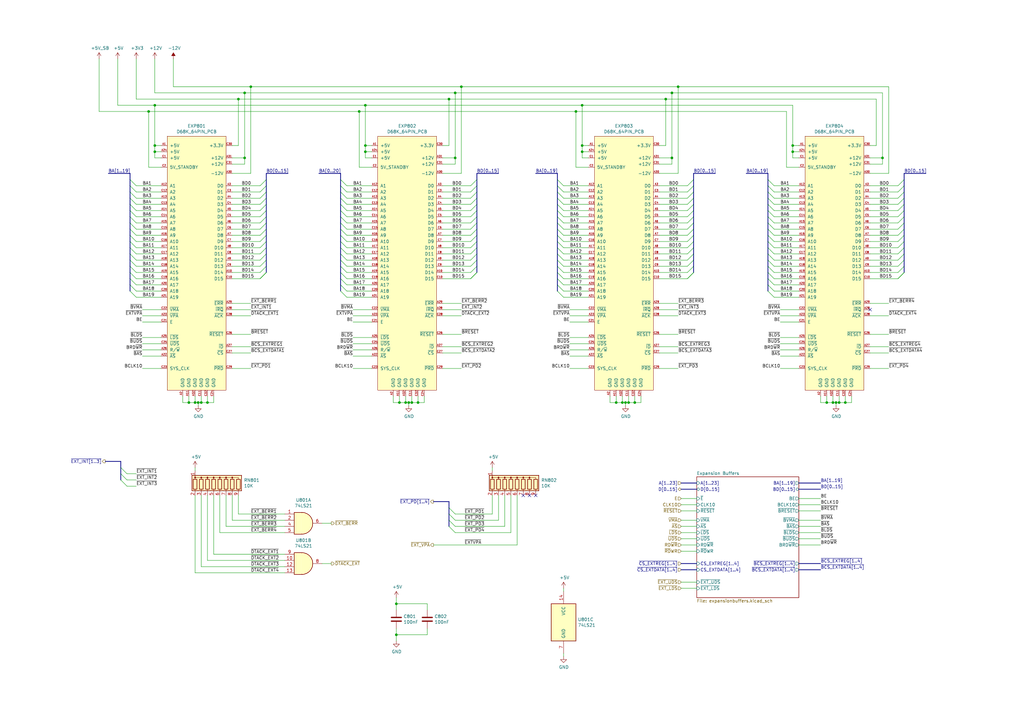
<source format=kicad_sch>
(kicad_sch (version 20231120) (generator "eeschema") (generator_version "8.0")
  (paper "A3")
  (title_block (title "Y Ddraig") (company "Stephen Moody"))
  (junction (at 257.81 165.1))
  (junction (at 147.32 45.72))
  (junction (at 275.59 64.77))
  (junction (at 238.76 43.18))
  (junction (at 60.96 45.72))
  (junction (at 100.33 64.77))
  (junction (at 80.01 165.1))
  (junction (at 238.76 59.69))
  (junction (at 278.13 35.56))
  (junction (at 102.87 35.56))
  (junction (at 189.23 35.56))
  (junction (at 252.73 165.1))
  (junction (at 149.86 59.69))
  (junction (at 184.15 40.64))
  (junction (at 163.83 165.1))
  (junction (at 341.63 165.1))
  (junction (at 236.22 45.72))
  (junction (at 342.9 165.1))
  (junction (at 100.33 38.1))
  (junction (at 63.5 43.18))
  (junction (at 167.64 165.1))
  (junction (at 168.91 165.1))
  (junction (at 361.95 64.77))
  (junction (at 260.35 165.1))
  (junction (at 63.5 62.23))
  (junction (at 166.37 165.1))
  (junction (at 171.45 165.1))
  (junction (at 162.56 247.65))
  (junction (at 325.12 62.23))
  (junction (at 346.71 165.1))
  (junction (at 149.86 43.18))
  (junction (at 186.69 38.1))
  (junction (at 273.05 40.64))
  (junction (at 344.17 165.1))
  (junction (at 97.79 40.64))
  (junction (at 85.09 165.1))
  (junction (at 77.47 165.1))
  (junction (at 63.5 59.69))
  (junction (at 275.59 38.1))
  (junction (at 186.69 64.77))
  (junction (at 325.12 59.69))
  (junction (at 256.54 165.1))
  (junction (at 238.76 62.23))
  (junction (at 149.86 62.23))
  (junction (at 82.55 165.1))
  (junction (at 339.09 165.1))
  (junction (at 81.28 165.1))
  (junction (at 162.56 260.35))
  (junction (at 255.27 165.1))
  (no_connect (at 214.63 203.2))
  (no_connect (at 217.17 203.2))
  (no_connect (at 356.87 127))
  (no_connect (at 219.71 203.2))
  (bus_entry (at 281.94 104.14) (size 2.54 -2.54))
  (bus_entry (at 228.6 96.52) (size 2.54 2.54))
  (bus_entry (at 49.53 194.31) (size 2.54 2.54))
  (bus_entry (at 53.34 104.14) (size 2.54 2.54))
  (bus_entry (at 368.3 76.2) (size 2.54 -2.54))
  (bus_entry (at 228.6 73.66) (size 2.54 2.54))
  (bus_entry (at 368.3 109.22) (size 2.54 -2.54))
  (bus_entry (at 368.3 111.76) (size 2.54 -2.54))
  (bus_entry (at 228.6 109.22) (size 2.54 2.54))
  (bus_entry (at 368.3 114.3) (size 2.54 -2.54))
  (bus_entry (at 53.34 83.82) (size 2.54 2.54))
  (bus_entry (at 281.94 114.3) (size 2.54 -2.54))
  (bus_entry (at 139.7 93.98) (size 2.54 2.54))
  (bus_entry (at 193.04 99.06) (size 2.54 -2.54))
  (bus_entry (at 193.04 83.82) (size 2.54 -2.54))
  (bus_entry (at 193.04 104.14) (size 2.54 -2.54))
  (bus_entry (at 314.96 76.2) (size 2.54 2.54))
  (bus_entry (at 368.3 83.82) (size 2.54 -2.54))
  (bus_entry (at 314.96 114.3) (size 2.54 2.54))
  (bus_entry (at 53.34 106.68) (size 2.54 2.54))
  (bus_entry (at 314.96 73.66) (size 2.54 2.54))
  (bus_entry (at 314.96 116.84) (size 2.54 2.54))
  (bus_entry (at 106.68 76.2) (size 2.54 -2.54))
  (bus_entry (at 53.34 73.66) (size 2.54 2.54))
  (bus_entry (at 314.96 111.76) (size 2.54 2.54))
  (bus_entry (at 314.96 96.52) (size 2.54 2.54))
  (bus_entry (at 314.96 104.14) (size 2.54 2.54))
  (bus_entry (at 228.6 114.3) (size 2.54 2.54))
  (bus_entry (at 106.68 78.74) (size 2.54 -2.54))
  (bus_entry (at 314.96 88.9) (size 2.54 2.54))
  (bus_entry (at 281.94 111.76) (size 2.54 -2.54))
  (bus_entry (at 281.94 83.82) (size 2.54 -2.54))
  (bus_entry (at 53.34 116.84) (size 2.54 2.54))
  (bus_entry (at 228.6 81.28) (size 2.54 2.54))
  (bus_entry (at 139.7 101.6) (size 2.54 2.54))
  (bus_entry (at 368.3 99.06) (size 2.54 -2.54))
  (bus_entry (at 139.7 104.14) (size 2.54 2.54))
  (bus_entry (at 193.04 106.68) (size 2.54 -2.54))
  (bus_entry (at 106.68 114.3) (size 2.54 -2.54))
  (bus_entry (at 106.68 88.9) (size 2.54 -2.54))
  (bus_entry (at 139.7 83.82) (size 2.54 2.54))
  (bus_entry (at 368.3 96.52) (size 2.54 -2.54))
  (bus_entry (at 368.3 78.74) (size 2.54 -2.54))
  (bus_entry (at 53.34 91.44) (size 2.54 2.54))
  (bus_entry (at 139.7 99.06) (size 2.54 2.54))
  (bus_entry (at 281.94 109.22) (size 2.54 -2.54))
  (bus_entry (at 106.68 111.76) (size 2.54 -2.54))
  (bus_entry (at 106.68 83.82) (size 2.54 -2.54))
  (bus_entry (at 228.6 91.44) (size 2.54 2.54))
  (bus_entry (at 368.3 91.44) (size 2.54 -2.54))
  (bus_entry (at 281.94 76.2) (size 2.54 -2.54))
  (bus_entry (at 106.68 104.14) (size 2.54 -2.54))
  (bus_entry (at 193.04 78.74) (size 2.54 -2.54))
  (bus_entry (at 228.6 99.06) (size 2.54 2.54))
  (bus_entry (at 281.94 114.3) (size 2.54 -2.54))
  (bus_entry (at 184.15 213.36) (size 2.54 2.54))
  (bus_entry (at 53.34 114.3) (size 2.54 2.54))
  (bus_entry (at 228.6 86.36) (size 2.54 2.54))
  (bus_entry (at 368.3 93.98) (size 2.54 -2.54))
  (bus_entry (at 281.94 96.52) (size 2.54 -2.54))
  (bus_entry (at 281.94 91.44) (size 2.54 -2.54))
  (bus_entry (at 193.04 96.52) (size 2.54 -2.54))
  (bus_entry (at 314.96 99.06) (size 2.54 2.54))
  (bus_entry (at 106.68 99.06) (size 2.54 -2.54))
  (bus_entry (at 368.3 114.3) (size 2.54 -2.54))
  (bus_entry (at 228.6 104.14) (size 2.54 2.54))
  (bus_entry (at 314.96 83.82) (size 2.54 2.54))
  (bus_entry (at 228.6 93.98) (size 2.54 2.54))
  (bus_entry (at 139.7 116.84) (size 2.54 2.54))
  (bus_entry (at 314.96 106.68) (size 2.54 2.54))
  (bus_entry (at 314.96 119.38) (size 2.54 2.54))
  (bus_entry (at 368.3 104.14) (size 2.54 -2.54))
  (bus_entry (at 53.34 86.36) (size 2.54 2.54))
  (bus_entry (at 228.6 88.9) (size 2.54 2.54))
  (bus_entry (at 53.34 78.74) (size 2.54 2.54))
  (bus_entry (at 193.04 109.22) (size 2.54 -2.54))
  (bus_entry (at 139.7 81.28) (size 2.54 2.54))
  (bus_entry (at 139.7 111.76) (size 2.54 2.54))
  (bus_entry (at 139.7 109.22) (size 2.54 2.54))
  (bus_entry (at 281.94 88.9) (size 2.54 -2.54))
  (bus_entry (at 184.15 208.28) (size 2.54 2.54))
  (bus_entry (at 139.7 106.68) (size 2.54 2.54))
  (bus_entry (at 106.68 93.98) (size 2.54 -2.54))
  (bus_entry (at 314.96 86.36) (size 2.54 2.54))
  (bus_entry (at 228.6 116.84) (size 2.54 2.54))
  (bus_entry (at 139.7 114.3) (size 2.54 2.54))
  (bus_entry (at 193.04 86.36) (size 2.54 -2.54))
  (bus_entry (at 184.15 215.9) (size 2.54 2.54))
  (bus_entry (at 193.04 114.3) (size 2.54 -2.54))
  (bus_entry (at 193.04 76.2) (size 2.54 -2.54))
  (bus_entry (at 53.34 99.06) (size 2.54 2.54))
  (bus_entry (at 53.34 96.52) (size 2.54 2.54))
  (bus_entry (at 139.7 78.74) (size 2.54 2.54))
  (bus_entry (at 228.6 119.38) (size 2.54 2.54))
  (bus_entry (at 281.94 99.06) (size 2.54 -2.54))
  (bus_entry (at 368.3 88.9) (size 2.54 -2.54))
  (bus_entry (at 53.34 109.22) (size 2.54 2.54))
  (bus_entry (at 193.04 114.3) (size 2.54 -2.54))
  (bus_entry (at 228.6 101.6) (size 2.54 2.54))
  (bus_entry (at 139.7 119.38) (size 2.54 2.54))
  (bus_entry (at 106.68 96.52) (size 2.54 -2.54))
  (bus_entry (at 281.94 78.74) (size 2.54 -2.54))
  (bus_entry (at 53.34 81.28) (size 2.54 2.54))
  (bus_entry (at 228.6 106.68) (size 2.54 2.54))
  (bus_entry (at 193.04 93.98) (size 2.54 -2.54))
  (bus_entry (at 368.3 106.68) (size 2.54 -2.54))
  (bus_entry (at 53.34 88.9) (size 2.54 2.54))
  (bus_entry (at 228.6 76.2) (size 2.54 2.54))
  (bus_entry (at 281.94 101.6) (size 2.54 -2.54))
  (bus_entry (at 228.6 111.76) (size 2.54 2.54))
  (bus_entry (at 281.94 86.36) (size 2.54 -2.54))
  (bus_entry (at 314.96 91.44) (size 2.54 2.54))
  (bus_entry (at 139.7 88.9) (size 2.54 2.54))
  (bus_entry (at 281.94 81.28) (size 2.54 -2.54))
  (bus_entry (at 139.7 91.44) (size 2.54 2.54))
  (bus_entry (at 193.04 91.44) (size 2.54 -2.54))
  (bus_entry (at 139.7 96.52) (size 2.54 2.54))
  (bus_entry (at 106.68 109.22) (size 2.54 -2.54))
  (bus_entry (at 49.53 191.77) (size 2.54 2.54))
  (bus_entry (at 106.68 114.3) (size 2.54 -2.54))
  (bus_entry (at 139.7 73.66) (size 2.54 2.54))
  (bus_entry (at 314.96 78.74) (size 2.54 2.54))
  (bus_entry (at 193.04 101.6) (size 2.54 -2.54))
  (bus_entry (at 281.94 93.98) (size 2.54 -2.54))
  (bus_entry (at 281.94 106.68) (size 2.54 -2.54))
  (bus_entry (at 106.68 101.6) (size 2.54 -2.54))
  (bus_entry (at 53.34 76.2) (size 2.54 2.54))
  (bus_entry (at 193.04 111.76) (size 2.54 -2.54))
  (bus_entry (at 193.04 81.28) (size 2.54 -2.54))
  (bus_entry (at 53.34 111.76) (size 2.54 2.54))
  (bus_entry (at 139.7 76.2) (size 2.54 2.54))
  (bus_entry (at 49.53 196.85) (size 2.54 2.54))
  (bus_entry (at 53.34 119.38) (size 2.54 2.54))
  (bus_entry (at 106.68 81.28) (size 2.54 -2.54))
  (bus_entry (at 314.96 101.6) (size 2.54 2.54))
  (bus_entry (at 368.3 101.6) (size 2.54 -2.54))
  (bus_entry (at 314.96 81.28) (size 2.54 2.54))
  (bus_entry (at 53.34 93.98) (size 2.54 2.54))
  (bus_entry (at 314.96 93.98) (size 2.54 2.54))
  (bus_entry (at 228.6 83.82) (size 2.54 2.54))
  (bus_entry (at 106.68 106.68) (size 2.54 -2.54))
  (bus_entry (at 139.7 86.36) (size 2.54 2.54))
  (bus_entry (at 314.96 109.22) (size 2.54 2.54))
  (bus_entry (at 228.6 78.74) (size 2.54 2.54))
  (bus_entry (at 53.34 101.6) (size 2.54 2.54))
  (bus_entry (at 106.68 91.44) (size 2.54 -2.54))
  (bus_entry (at 368.3 86.36) (size 2.54 -2.54))
  (bus_entry (at 193.04 88.9) (size 2.54 -2.54))
  (bus_entry (at 368.3 81.28) (size 2.54 -2.54))
  (bus_entry (at 184.15 210.82) (size 2.54 2.54))
  (bus_entry (at 106.68 86.36) (size 2.54 -2.54))
  (wire (pts (xy 163.83 162.56) (xy 163.83 165.1)))
  (wire (pts (xy 173.99 165.1) (xy 171.45 165.1)))
  (bus (pts (xy 314.96 96.52) (xy 314.96 99.06)))
  (wire (pts (xy 231.14 114.3) (xy 241.3 114.3)))
  (bus (pts (xy 228.6 86.36) (xy 228.6 88.9)))
  (wire (pts (xy 95.25 91.44) (xy 106.68 91.44)))
  (wire (pts (xy 142.24 78.74) (xy 152.4 78.74)))
  (wire (pts (xy 85.09 229.87) (xy 116.84 229.87)))
  (wire (pts (xy 236.22 68.58) (xy 241.3 68.58)))
  (wire (pts (xy 278.13 129.54) (xy 270.51 129.54)))
  (bus (pts (xy 109.22 88.9) (xy 109.22 91.44)))
  (wire (pts (xy 231.14 121.92) (xy 241.3 121.92)))
  (wire (pts (xy 238.76 43.18) (xy 238.76 59.69)))
  (wire (pts (xy 270.51 104.14) (xy 281.94 104.14)))
  (wire (pts (xy 231.14 242.57) (xy 231.14 241.3)))
  (bus (pts (xy 184.15 210.82) (xy 184.15 213.36)))
  (wire (pts (xy 327.66 223.52) (xy 336.55 223.52)))
  (wire (pts (xy 256.54 165.1) (xy 256.54 166.37)))
  (wire (pts (xy 184.15 40.64) (xy 184.15 59.69)))
  (wire (pts (xy 186.69 64.77) (xy 181.61 64.77)))
  (bus (pts (xy 285.75 200.66) (xy 279.4 200.66)))
  (bus (pts (xy 195.58 81.28) (xy 195.58 83.82)))
  (wire (pts (xy 327.66 140.97) (xy 320.04 140.97)))
  (wire (pts (xy 163.83 165.1) (xy 161.29 165.1)))
  (wire (pts (xy 95.25 96.52) (xy 106.68 96.52)))
  (wire (pts (xy 147.32 68.58) (xy 152.4 68.58)))
  (wire (pts (xy 356.87 124.46) (xy 364.49 124.46)))
  (wire (pts (xy 171.45 162.56) (xy 171.45 165.1)))
  (wire (pts (xy 278.13 144.78) (xy 270.51 144.78)))
  (wire (pts (xy 82.55 165.1) (xy 81.28 165.1)))
  (wire (pts (xy 339.09 162.56) (xy 339.09 165.1)))
  (wire (pts (xy 279.4 220.98) (xy 285.75 220.98)))
  (bus (pts (xy 139.7 114.3) (xy 139.7 116.84)))
  (bus (pts (xy 195.58 78.74) (xy 195.58 81.28)))
  (wire (pts (xy 356.87 76.2) (xy 368.3 76.2)))
  (wire (pts (xy 142.24 114.3) (xy 152.4 114.3)))
  (wire (pts (xy 317.5 106.68) (xy 327.66 106.68)))
  (bus (pts (xy 284.48 91.44) (xy 284.48 93.98)))
  (wire (pts (xy 81.28 165.1) (xy 80.01 165.1)))
  (wire (pts (xy 356.87 99.06) (xy 368.3 99.06)))
  (bus (pts (xy 327.66 200.66) (xy 336.55 200.66)))
  (wire (pts (xy 317.5 81.28) (xy 327.66 81.28)))
  (bus (pts (xy 139.7 81.28) (xy 139.7 83.82)))
  (wire (pts (xy 142.24 106.68) (xy 152.4 106.68)))
  (wire (pts (xy 149.86 59.69) (xy 149.86 62.23)))
  (wire (pts (xy 270.51 71.12) (xy 278.13 71.12)))
  (wire (pts (xy 270.51 76.2) (xy 281.94 76.2)))
  (wire (pts (xy 85.09 229.87) (xy 85.09 203.2)))
  (wire (pts (xy 95.25 142.24) (xy 102.87 142.24)))
  (wire (pts (xy 359.41 59.69) (xy 356.87 59.69)))
  (wire (pts (xy 189.23 144.78) (xy 181.61 144.78)))
  (wire (pts (xy 162.56 247.65) (xy 162.56 245.11)))
  (wire (pts (xy 356.87 106.68) (xy 368.3 106.68)))
  (wire (pts (xy 66.04 151.13) (xy 58.42 151.13)))
  (wire (pts (xy 317.5 76.2) (xy 327.66 76.2)))
  (bus (pts (xy 284.48 99.06) (xy 284.48 101.6)))
  (bus (pts (xy 184.15 213.36) (xy 184.15 215.9)))
  (wire (pts (xy 270.51 96.52) (xy 281.94 96.52)))
  (bus (pts (xy 370.84 73.66) (xy 370.84 76.2)))
  (wire (pts (xy 116.84 210.82) (xy 97.79 210.82)))
  (wire (pts (xy 325.12 59.69) (xy 325.12 62.23)))
  (bus (pts (xy 370.84 101.6) (xy 370.84 104.14)))
  (wire (pts (xy 231.14 109.22) (xy 241.3 109.22)))
  (bus (pts (xy 284.48 104.14) (xy 284.48 106.68)))
  (bus (pts (xy 195.58 88.9) (xy 195.58 91.44)))
  (bus (pts (xy 53.34 71.12) (xy 53.34 73.66)))
  (wire (pts (xy 278.13 35.56) (xy 364.49 35.56)))
  (wire (pts (xy 166.37 162.56) (xy 166.37 165.1)))
  (wire (pts (xy 325.12 64.77) (xy 327.66 64.77)))
  (bus (pts (xy 370.84 88.9) (xy 370.84 91.44)))
  (wire (pts (xy 95.25 71.12) (xy 102.87 71.12)))
  (wire (pts (xy 167.64 165.1) (xy 166.37 165.1)))
  (bus (pts (xy 228.6 73.66) (xy 228.6 76.2)))
  (wire (pts (xy 71.12 35.56) (xy 71.12 24.13)))
  (wire (pts (xy 317.5 99.06) (xy 327.66 99.06)))
  (wire (pts (xy 327.66 218.44) (xy 336.55 218.44)))
  (bus (pts (xy 53.34 111.76) (xy 53.34 114.3)))
  (wire (pts (xy 231.14 81.28) (xy 241.3 81.28)))
  (wire (pts (xy 285.75 218.44) (xy 279.4 218.44)))
  (bus (pts (xy 314.96 78.74) (xy 314.96 81.28)))
  (wire (pts (xy 231.14 83.82) (xy 241.3 83.82)))
  (wire (pts (xy 327.66 132.08) (xy 320.04 132.08)))
  (wire (pts (xy 231.14 88.9) (xy 241.3 88.9)))
  (wire (pts (xy 317.5 116.84) (xy 327.66 116.84)))
  (bus (pts (xy 284.48 106.68) (xy 284.48 109.22)))
  (wire (pts (xy 102.87 137.16) (xy 95.25 137.16)))
  (wire (pts (xy 87.63 227.33) (xy 116.84 227.33)))
  (wire (pts (xy 186.69 213.36) (xy 204.47 213.36)))
  (wire (pts (xy 55.88 86.36) (xy 66.04 86.36)))
  (wire (pts (xy 336.55 213.36) (xy 327.66 213.36)))
  (bus (pts (xy 195.58 91.44) (xy 195.58 93.98)))
  (wire (pts (xy 356.87 64.77) (xy 361.95 64.77)))
  (bus (pts (xy 49.53 189.23) (xy 43.18 189.23)))
  (wire (pts (xy 66.04 62.23) (xy 63.5 62.23)))
  (bus (pts (xy 314.96 76.2) (xy 314.96 78.74)))
  (wire (pts (xy 325.12 62.23) (xy 325.12 64.77)))
  (wire (pts (xy 80.01 234.95) (xy 116.84 234.95)))
  (wire (pts (xy 231.14 106.68) (xy 241.3 106.68)))
  (wire (pts (xy 241.3 143.51) (xy 233.68 143.51)))
  (bus (pts (xy 195.58 96.52) (xy 195.58 99.06)))
  (bus (pts (xy 327.66 231.14) (xy 336.55 231.14)))
  (wire (pts (xy 58.42 146.05) (xy 66.04 146.05)))
  (wire (pts (xy 279.4 204.47) (xy 285.75 204.47)))
  (wire (pts (xy 152.4 151.13) (xy 144.78 151.13)))
  (bus (pts (xy 195.58 73.66) (xy 195.58 76.2)))
  (bus (pts (xy 228.6 76.2) (xy 228.6 78.74)))
  (wire (pts (xy 317.5 86.36) (xy 327.66 86.36)))
  (bus (pts (xy 109.22 99.06) (xy 109.22 101.6)))
  (wire (pts (xy 87.63 165.1) (xy 85.09 165.1)))
  (wire (pts (xy 149.86 43.18) (xy 149.86 59.69)))
  (wire (pts (xy 270.51 101.6) (xy 281.94 101.6)))
  (wire (pts (xy 327.66 59.69) (xy 325.12 59.69)))
  (bus (pts (xy 139.7 78.74) (xy 139.7 81.28)))
  (wire (pts (xy 260.35 162.56) (xy 260.35 165.1)))
  (bus (pts (xy 228.6 116.84) (xy 228.6 119.38)))
  (wire (pts (xy 85.09 162.56) (xy 85.09 165.1)))
  (wire (pts (xy 236.22 45.72) (xy 147.32 45.72)))
  (wire (pts (xy 231.14 91.44) (xy 241.3 91.44)))
  (bus (pts (xy 139.7 73.66) (xy 139.7 76.2)))
  (wire (pts (xy 342.9 165.1) (xy 341.63 165.1)))
  (bus (pts (xy 139.7 104.14) (xy 139.7 106.68)))
  (wire (pts (xy 327.66 127) (xy 320.04 127)))
  (wire (pts (xy 317.5 93.98) (xy 327.66 93.98)))
  (wire (pts (xy 52.07 199.39) (xy 55.88 199.39)))
  (wire (pts (xy 181.61 86.36) (xy 193.04 86.36)))
  (wire (pts (xy 344.17 165.1) (xy 342.9 165.1)))
  (wire (pts (xy 359.41 40.64) (xy 359.41 59.69)))
  (wire (pts (xy 231.14 78.74) (xy 241.3 78.74)))
  (bus (pts (xy 139.7 88.9) (xy 139.7 91.44)))
  (wire (pts (xy 270.51 83.82) (xy 281.94 83.82)))
  (wire (pts (xy 90.17 203.2) (xy 90.17 218.44)))
  (wire (pts (xy 184.15 40.64) (xy 273.05 40.64)))
  (wire (pts (xy 275.59 67.31) (xy 275.59 64.77)))
  (wire (pts (xy 317.5 119.38) (xy 327.66 119.38)))
  (wire (pts (xy 162.56 262.89) (xy 162.56 260.35)))
  (wire (pts (xy 233.68 140.97) (xy 241.3 140.97)))
  (bus (pts (xy 284.48 101.6) (xy 284.48 104.14)))
  (bus (pts (xy 53.34 116.84) (xy 53.34 119.38)))
  (bus (pts (xy 130.81 71.12) (xy 139.7 71.12)))
  (wire (pts (xy 327.66 220.98) (xy 336.55 220.98)))
  (bus (pts (xy 139.7 111.76) (xy 139.7 114.3)))
  (bus (pts (xy 195.58 104.14) (xy 195.58 106.68)))
  (wire (pts (xy 82.55 232.41) (xy 116.84 232.41)))
  (wire (pts (xy 356.87 109.22) (xy 368.3 109.22)))
  (wire (pts (xy 270.51 81.28) (xy 281.94 81.28)))
  (wire (pts (xy 102.87 35.56) (xy 189.23 35.56)))
  (wire (pts (xy 95.25 78.74) (xy 106.68 78.74)))
  (wire (pts (xy 186.69 38.1) (xy 275.59 38.1)))
  (wire (pts (xy 189.23 71.12) (xy 189.23 35.56)))
  (wire (pts (xy 85.09 165.1) (xy 82.55 165.1)))
  (wire (pts (xy 181.61 76.2) (xy 193.04 76.2)))
  (bus (pts (xy 53.34 101.6) (xy 53.34 104.14)))
  (wire (pts (xy 231.14 267.97) (xy 231.14 269.24)))
  (wire (pts (xy 238.76 59.69) (xy 238.76 62.23)))
  (bus (pts (xy 53.34 88.9) (xy 53.34 91.44)))
  (wire (pts (xy 186.69 218.44) (xy 209.55 218.44)))
  (wire (pts (xy 142.24 109.22) (xy 152.4 109.22)))
  (wire (pts (xy 97.79 59.69) (xy 97.79 40.64)))
  (wire (pts (xy 48.26 24.13) (xy 48.26 43.18)))
  (wire (pts (xy 55.88 83.82) (xy 66.04 83.82)))
  (wire (pts (xy 102.87 129.54) (xy 95.25 129.54)))
  (wire (pts (xy 63.5 24.13) (xy 63.5 38.1)))
  (wire (pts (xy 361.95 64.77) (xy 361.95 67.31)))
  (wire (pts (xy 255.27 165.1) (xy 252.73 165.1)))
  (bus (pts (xy 53.34 106.68) (xy 53.34 109.22)))
  (bus (pts (xy 336.55 198.12) (xy 327.66 198.12)))
  (wire (pts (xy 339.09 165.1) (xy 336.55 165.1)))
  (wire (pts (xy 55.88 106.68) (xy 66.04 106.68)))
  (wire (pts (xy 66.04 68.58) (xy 60.96 68.58)))
  (bus (pts (xy 370.84 71.12) (xy 379.73 71.12)))
  (wire (pts (xy 58.42 132.08) (xy 66.04 132.08)))
  (wire (pts (xy 55.88 91.44) (xy 66.04 91.44)))
  (bus (pts (xy 139.7 101.6) (xy 139.7 104.14)))
  (wire (pts (xy 55.88 24.13) (xy 55.88 40.64)))
  (wire (pts (xy 80.01 165.1) (xy 77.47 165.1)))
  (bus (pts (xy 109.22 106.68) (xy 109.22 109.22)))
  (wire (pts (xy 238.76 43.18) (xy 325.12 43.18)))
  (wire (pts (xy 270.51 151.13) (xy 278.13 151.13)))
  (wire (pts (xy 97.79 40.64) (xy 184.15 40.64)))
  (wire (pts (xy 336.55 165.1) (xy 336.55 162.56)))
  (wire (pts (xy 58.42 140.97) (xy 66.04 140.97)))
  (wire (pts (xy 327.66 207.01) (xy 336.55 207.01)))
  (wire (pts (xy 270.51 86.36) (xy 281.94 86.36)))
  (wire (pts (xy 241.3 138.43) (xy 233.68 138.43)))
  (wire (pts (xy 80.01 162.56) (xy 80.01 165.1)))
  (wire (pts (xy 95.25 81.28) (xy 106.68 81.28)))
  (bus (pts (xy 53.34 86.36) (xy 53.34 88.9)))
  (wire (pts (xy 317.5 88.9) (xy 327.66 88.9)))
  (wire (pts (xy 317.5 111.76) (xy 327.66 111.76)))
  (wire (pts (xy 231.14 111.76) (xy 241.3 111.76)))
  (wire (pts (xy 142.24 83.82) (xy 152.4 83.82)))
  (wire (pts (xy 149.86 62.23) (xy 149.86 64.77)))
  (wire (pts (xy 252.73 162.56) (xy 252.73 165.1)))
  (bus (pts (xy 314.96 93.98) (xy 314.96 96.52)))
  (wire (pts (xy 270.51 93.98) (xy 281.94 93.98)))
  (wire (pts (xy 257.81 162.56) (xy 257.81 165.1)))
  (wire (pts (xy 270.51 124.46) (xy 278.13 124.46)))
  (wire (pts (xy 63.5 64.77) (xy 63.5 62.23)))
  (wire (pts (xy 52.07 194.31) (xy 55.88 194.31)))
  (wire (pts (xy 181.61 96.52) (xy 193.04 96.52)))
  (wire (pts (xy 285.75 207.01) (xy 279.4 207.01)))
  (wire (pts (xy 320.04 143.51) (xy 327.66 143.51)))
  (wire (pts (xy 55.88 114.3) (xy 66.04 114.3)))
  (wire (pts (xy 317.5 121.92) (xy 327.66 121.92)))
  (bus (pts (xy 370.84 86.36) (xy 370.84 88.9)))
  (wire (pts (xy 82.55 203.2) (xy 82.55 232.41)))
  (bus (pts (xy 195.58 93.98) (xy 195.58 96.52)))
  (wire (pts (xy 152.4 127) (xy 144.78 127)))
  (wire (pts (xy 95.25 86.36) (xy 106.68 86.36)))
  (bus (pts (xy 139.7 91.44) (xy 139.7 93.98)))
  (wire (pts (xy 257.81 165.1) (xy 256.54 165.1)))
  (wire (pts (xy 184.15 59.69) (xy 181.61 59.69)))
  (bus (pts (xy 228.6 104.14) (xy 228.6 106.68)))
  (bus (pts (xy 53.34 96.52) (xy 53.34 99.06)))
  (wire (pts (xy 162.56 260.35) (xy 175.26 260.35)))
  (wire (pts (xy 285.75 223.52) (xy 279.4 223.52)))
  (wire (pts (xy 317.5 96.52) (xy 327.66 96.52)))
  (wire (pts (xy 132.08 231.14) (xy 135.89 231.14)))
  (wire (pts (xy 231.14 104.14) (xy 241.3 104.14)))
  (wire (pts (xy 356.87 88.9) (xy 368.3 88.9)))
  (wire (pts (xy 55.88 93.98) (xy 66.04 93.98)))
  (wire (pts (xy 142.24 101.6) (xy 152.4 101.6)))
  (wire (pts (xy 142.24 119.38) (xy 152.4 119.38)))
  (wire (pts (xy 270.51 127) (xy 278.13 127)))
  (wire (pts (xy 349.25 162.56) (xy 349.25 165.1)))
  (bus (pts (xy 53.34 73.66) (xy 53.34 76.2)))
  (wire (pts (xy 278.13 71.12) (xy 278.13 35.56)))
  (bus (pts (xy 139.7 106.68) (xy 139.7 109.22)))
  (wire (pts (xy 71.12 35.56) (xy 102.87 35.56)))
  (bus (pts (xy 284.48 71.12) (xy 293.37 71.12)))
  (bus (pts (xy 228.6 71.12) (xy 228.6 73.66)))
  (wire (pts (xy 317.5 109.22) (xy 327.66 109.22)))
  (wire (pts (xy 162.56 247.65) (xy 175.26 247.65)))
  (bus (pts (xy 139.7 76.2) (xy 139.7 78.74)))
  (wire (pts (xy 327.66 146.05) (xy 320.04 146.05)))
  (wire (pts (xy 344.17 162.56) (xy 344.17 165.1)))
  (wire (pts (xy 241.3 132.08) (xy 233.68 132.08)))
  (wire (pts (xy 175.26 260.35) (xy 175.26 257.81)))
  (wire (pts (xy 181.61 88.9) (xy 193.04 88.9)))
  (wire (pts (xy 317.5 101.6) (xy 327.66 101.6)))
  (wire (pts (xy 270.51 88.9) (xy 281.94 88.9)))
  (bus (pts (xy 139.7 71.12) (xy 139.7 73.66)))
  (wire (pts (xy 327.66 62.23) (xy 325.12 62.23)))
  (wire (pts (xy 275.59 64.77) (xy 270.51 64.77)))
  (wire (pts (xy 135.89 214.63) (xy 132.08 214.63)))
  (wire (pts (xy 55.88 119.38) (xy 66.04 119.38)))
  (bus (pts (xy 109.22 83.82) (xy 109.22 86.36)))
  (wire (pts (xy 95.25 109.22) (xy 106.68 109.22)))
  (wire (pts (xy 279.4 241.3) (xy 285.75 241.3)))
  (bus (pts (xy 370.84 93.98) (xy 370.84 96.52)))
  (wire (pts (xy 152.4 62.23) (xy 149.86 62.23)))
  (bus (pts (xy 314.96 106.68) (xy 314.96 109.22)))
  (bus (pts (xy 370.84 109.22) (xy 370.84 111.76)))
  (bus (pts (xy 314.96 101.6) (xy 314.96 104.14)))
  (wire (pts (xy 63.5 43.18) (xy 149.86 43.18)))
  (wire (pts (xy 142.24 88.9) (xy 152.4 88.9)))
  (wire (pts (xy 55.88 76.2) (xy 66.04 76.2)))
  (wire (pts (xy 181.61 93.98) (xy 193.04 93.98)))
  (wire (pts (xy 270.51 111.76) (xy 281.94 111.76)))
  (wire (pts (xy 327.66 204.47) (xy 336.55 204.47)))
  (bus (pts (xy 139.7 99.06) (xy 139.7 101.6)))
  (wire (pts (xy 270.51 142.24) (xy 278.13 142.24)))
  (bus (pts (xy 109.22 86.36) (xy 109.22 88.9)))
  (bus (pts (xy 139.7 109.22) (xy 139.7 111.76)))
  (wire (pts (xy 233.68 129.54) (xy 241.3 129.54)))
  (wire (pts (xy 181.61 109.22) (xy 193.04 109.22)))
  (bus (pts (xy 195.58 71.12) (xy 204.47 71.12)))
  (bus (pts (xy 53.34 76.2) (xy 53.34 78.74)))
  (wire (pts (xy 356.87 83.82) (xy 368.3 83.82)))
  (wire (pts (xy 97.79 203.2) (xy 97.79 210.82)))
  (wire (pts (xy 356.87 101.6) (xy 368.3 101.6)))
  (wire (pts (xy 252.73 165.1) (xy 250.19 165.1)))
  (bus (pts (xy 284.48 109.22) (xy 284.48 111.76)))
  (wire (pts (xy 181.61 83.82) (xy 193.04 83.82)))
  (wire (pts (xy 262.89 162.56) (xy 262.89 165.1)))
  (wire (pts (xy 55.88 40.64) (xy 97.79 40.64)))
  (wire (pts (xy 55.88 88.9) (xy 66.04 88.9)))
  (bus (pts (xy 284.48 76.2) (xy 284.48 78.74)))
  (wire (pts (xy 250.19 165.1) (xy 250.19 162.56)))
  (wire (pts (xy 100.33 64.77) (xy 100.33 38.1)))
  (wire (pts (xy 142.24 91.44) (xy 152.4 91.44)))
  (wire (pts (xy 278.13 137.16) (xy 270.51 137.16)))
  (wire (pts (xy 356.87 151.13) (xy 364.49 151.13)))
  (wire (pts (xy 95.25 59.69) (xy 97.79 59.69)))
  (wire (pts (xy 231.14 96.52) (xy 241.3 96.52)))
  (wire (pts (xy 279.4 215.9) (xy 285.75 215.9)))
  (wire (pts (xy 181.61 78.74) (xy 193.04 78.74)))
  (wire (pts (xy 181.61 67.31) (xy 186.69 67.31)))
  (bus (pts (xy 228.6 101.6) (xy 228.6 104.14)))
  (bus (pts (xy 314.96 99.06) (xy 314.96 101.6)))
  (wire (pts (xy 262.89 165.1) (xy 260.35 165.1)))
  (wire (pts (xy 270.51 67.31) (xy 275.59 67.31)))
  (wire (pts (xy 236.22 45.72) (xy 236.22 68.58)))
  (bus (pts (xy 284.48 86.36) (xy 284.48 88.9)))
  (wire (pts (xy 81.28 165.1) (xy 81.28 166.37)))
  (wire (pts (xy 341.63 165.1) (xy 339.09 165.1)))
  (bus (pts (xy 44.45 71.12) (xy 53.34 71.12)))
  (bus (pts (xy 306.07 71.12) (xy 314.96 71.12)))
  (bus (pts (xy 284.48 93.98) (xy 284.48 96.52)))
  (wire (pts (xy 152.4 132.08) (xy 144.78 132.08)))
  (wire (pts (xy 142.24 81.28) (xy 152.4 81.28)))
  (wire (pts (xy 95.25 124.46) (xy 102.87 124.46)))
  (bus (pts (xy 195.58 71.12) (xy 195.58 73.66)))
  (bus (pts (xy 284.48 96.52) (xy 284.48 99.06)))
  (bus (pts (xy 336.55 233.68) (xy 327.66 233.68)))
  (wire (pts (xy 162.56 260.35) (xy 162.56 257.81)))
  (wire (pts (xy 173.99 162.56) (xy 173.99 165.1)))
  (wire (pts (xy 92.71 203.2) (xy 92.71 215.9)))
  (wire (pts (xy 142.24 76.2) (xy 152.4 76.2)))
  (wire (pts (xy 189.23 129.54) (xy 181.61 129.54)))
  (bus (pts (xy 195.58 101.6) (xy 195.58 104.14)))
  (bus (pts (xy 109.22 71.12) (xy 118.11 71.12)))
  (wire (pts (xy 181.61 106.68) (xy 193.04 106.68)))
  (bus (pts (xy 314.96 114.3) (xy 314.96 116.84)))
  (bus (pts (xy 53.34 99.06) (xy 53.34 101.6)))
  (wire (pts (xy 100.33 67.31) (xy 100.33 64.77)))
  (wire (pts (xy 60.96 45.72) (xy 147.32 45.72)))
  (bus (pts (xy 139.7 86.36) (xy 139.7 88.9)))
  (bus (pts (xy 370.84 81.28) (xy 370.84 83.82)))
  (wire (pts (xy 40.64 45.72) (xy 60.96 45.72)))
  (bus (pts (xy 228.6 78.74) (xy 228.6 81.28)))
  (wire (pts (xy 55.88 78.74) (xy 66.04 78.74)))
  (wire (pts (xy 241.3 62.23) (xy 238.76 62.23)))
  (wire (pts (xy 152.4 140.97) (xy 144.78 140.97)))
  (wire (pts (xy 181.61 142.24) (xy 189.23 142.24)))
  (wire (pts (xy 336.55 209.55) (xy 327.66 209.55)))
  (bus (pts (xy 195.58 106.68) (xy 195.58 109.22)))
  (wire (pts (xy 147.32 45.72) (xy 147.32 68.58)))
  (wire (pts (xy 177.8 223.52) (xy 212.09 223.52)))
  (wire (pts (xy 95.25 203.2) (xy 95.25 213.36)))
  (wire (pts (xy 181.61 71.12) (xy 189.23 71.12)))
  (wire (pts (xy 361.95 38.1) (xy 361.95 64.77)))
  (wire (pts (xy 231.14 116.84) (xy 241.3 116.84)))
  (bus (pts (xy 284.48 88.9) (xy 284.48 91.44)))
  (wire (pts (xy 356.87 78.74) (xy 368.3 78.74)))
  (wire (pts (xy 87.63 203.2) (xy 87.63 227.33)))
  (wire (pts (xy 80.01 191.77) (xy 80.01 193.04)))
  (wire (pts (xy 275.59 38.1) (xy 361.95 38.1)))
  (wire (pts (xy 241.3 127) (xy 233.68 127)))
  (bus (pts (xy 53.34 93.98) (xy 53.34 96.52)))
  (wire (pts (xy 342.9 165.1) (xy 342.9 166.37)))
  (wire (pts (xy 95.25 106.68) (xy 106.68 106.68)))
  (bus (pts (xy 139.7 83.82) (xy 139.7 86.36)))
  (wire (pts (xy 336.55 215.9) (xy 327.66 215.9)))
  (wire (pts (xy 95.25 104.14) (xy 106.68 104.14)))
  (wire (pts (xy 346.71 162.56) (xy 346.71 165.1)))
  (wire (pts (xy 256.54 165.1) (xy 255.27 165.1)))
  (wire (pts (xy 66.04 138.43) (xy 58.42 138.43)))
  (wire (pts (xy 327.66 68.58) (xy 322.58 68.58)))
  (wire (pts (xy 161.29 165.1) (xy 161.29 162.56)))
  (wire (pts (xy 181.61 127) (xy 189.23 127)))
  (bus (pts (xy 195.58 86.36) (xy 195.58 88.9)))
  (wire (pts (xy 95.25 88.9) (xy 106.68 88.9)))
  (bus (pts (xy 53.34 91.44) (xy 53.34 93.98)))
  (wire (pts (xy 317.5 104.14) (xy 327.66 104.14)))
  (bus (pts (xy 314.96 81.28) (xy 314.96 83.82)))
  (wire (pts (xy 77.47 162.56) (xy 77.47 165.1)))
  (wire (pts (xy 55.88 121.92) (xy 66.04 121.92)))
  (wire (pts (xy 231.14 101.6) (xy 241.3 101.6)))
  (bus (pts (xy 228.6 96.52) (xy 228.6 99.06)))
  (wire (pts (xy 325.12 43.18) (xy 325.12 59.69)))
  (wire (pts (xy 60.96 68.58) (xy 60.96 45.72)))
  (bus (pts (xy 49.53 194.31) (xy 49.53 196.85)))
  (wire (pts (xy 95.25 83.82) (xy 106.68 83.82)))
  (wire (pts (xy 95.25 151.13) (xy 102.87 151.13)))
  (wire (pts (xy 279.4 226.06) (xy 285.75 226.06)))
  (bus (pts (xy 284.48 81.28) (xy 284.48 83.82)))
  (wire (pts (xy 95.25 93.98) (xy 106.68 93.98)))
  (bus (pts (xy 370.84 99.06) (xy 370.84 101.6)))
  (wire (pts (xy 273.05 40.64) (xy 359.41 40.64)))
  (bus (pts (xy 314.96 91.44) (xy 314.96 93.98)))
  (wire (pts (xy 356.87 81.28) (xy 368.3 81.28)))
  (bus (pts (xy 195.58 99.06) (xy 195.58 101.6)))
  (wire (pts (xy 142.24 121.92) (xy 152.4 121.92)))
  (wire (pts (xy 279.4 209.55) (xy 285.75 209.55)))
  (wire (pts (xy 142.24 104.14) (xy 152.4 104.14)))
  (bus (pts (xy 139.7 93.98) (xy 139.7 96.52)))
  (bus (pts (xy 279.4 233.68) (xy 285.75 233.68)))
  (wire (pts (xy 361.95 67.31) (xy 356.87 67.31)))
  (wire (pts (xy 87.63 162.56) (xy 87.63 165.1)))
  (bus (pts (xy 370.84 71.12) (xy 370.84 73.66)))
  (wire (pts (xy 356.87 142.24) (xy 364.49 142.24)))
  (bus (pts (xy 109.22 73.66) (xy 109.22 76.2)))
  (bus (pts (xy 53.34 78.74) (xy 53.34 81.28)))
  (bus (pts (xy 109.22 71.12) (xy 109.22 73.66)))
  (wire (pts (xy 52.07 196.85) (xy 55.88 196.85)))
  (wire (pts (xy 207.01 215.9) (xy 207.01 203.2)))
  (wire (pts (xy 66.04 59.69) (xy 63.5 59.69)))
  (wire (pts (xy 231.14 99.06) (xy 241.3 99.06)))
  (wire (pts (xy 322.58 45.72) (xy 236.22 45.72)))
  (bus (pts (xy 53.34 81.28) (xy 53.34 83.82)))
  (wire (pts (xy 270.51 99.06) (xy 281.94 99.06)))
  (wire (pts (xy 166.37 165.1) (xy 163.83 165.1)))
  (bus (pts (xy 279.4 198.12) (xy 285.75 198.12)))
  (bus (pts (xy 370.84 76.2) (xy 370.84 78.74)))
  (wire (pts (xy 327.66 151.13) (xy 320.04 151.13)))
  (wire (pts (xy 181.61 81.28) (xy 193.04 81.28)))
  (bus (pts (xy 139.7 96.52) (xy 139.7 99.06)))
  (bus (pts (xy 284.48 73.66) (xy 284.48 76.2)))
  (wire (pts (xy 66.04 129.54) (xy 58.42 129.54)))
  (bus (pts (xy 139.7 116.84) (xy 139.7 119.38)))
  (wire (pts (xy 142.24 93.98) (xy 152.4 93.98)))
  (wire (pts (xy 48.26 43.18) (xy 63.5 43.18)))
  (bus (pts (xy 228.6 93.98) (xy 228.6 96.52)))
  (wire (pts (xy 167.64 165.1) (xy 167.64 166.37)))
  (wire (pts (xy 186.69 67.31) (xy 186.69 64.77)))
  (wire (pts (xy 356.87 71.12) (xy 364.49 71.12)))
  (wire (pts (xy 55.88 99.06) (xy 66.04 99.06)))
  (bus (pts (xy 109.22 81.28) (xy 109.22 83.82)))
  (bus (pts (xy 53.34 104.14) (xy 53.34 106.68)))
  (bus (pts (xy 284.48 78.74) (xy 284.48 81.28)))
  (bus (pts (xy 177.8 205.74) (xy 184.15 205.74)))
  (bus (pts (xy 228.6 83.82) (xy 228.6 86.36)))
  (wire (pts (xy 152.4 146.05) (xy 144.78 146.05)))
  (wire (pts (xy 341.63 162.56) (xy 341.63 165.1)))
  (wire (pts (xy 349.25 165.1) (xy 346.71 165.1)))
  (bus (pts (xy 195.58 83.82) (xy 195.58 86.36)))
  (bus (pts (xy 109.22 93.98) (xy 109.22 96.52)))
  (wire (pts (xy 186.69 210.82) (xy 201.93 210.82)))
  (wire (pts (xy 181.61 99.06) (xy 193.04 99.06)))
  (bus (pts (xy 49.53 191.77) (xy 49.53 194.31)))
  (wire (pts (xy 95.25 111.76) (xy 106.68 111.76)))
  (wire (pts (xy 55.88 116.84) (xy 66.04 116.84)))
  (bus (pts (xy 109.22 104.14) (xy 109.22 106.68)))
  (wire (pts (xy 356.87 93.98) (xy 368.3 93.98)))
  (wire (pts (xy 152.4 59.69) (xy 149.86 59.69)))
  (bus (pts (xy 314.96 116.84) (xy 314.96 119.38)))
  (wire (pts (xy 270.51 109.22) (xy 281.94 109.22)))
  (wire (pts (xy 279.4 213.36) (xy 285.75 213.36)))
  (bus (pts (xy 228.6 91.44) (xy 228.6 93.98)))
  (wire (pts (xy 270.51 91.44) (xy 281.94 91.44)))
  (wire (pts (xy 181.61 151.13) (xy 189.23 151.13)))
  (wire (pts (xy 168.91 165.1) (xy 167.64 165.1)))
  (wire (pts (xy 66.04 64.77) (xy 63.5 64.77)))
  (bus (pts (xy 370.84 104.14) (xy 370.84 106.68)))
  (wire (pts (xy 270.51 106.68) (xy 281.94 106.68)))
  (wire (pts (xy 317.5 78.74) (xy 327.66 78.74)))
  (wire (pts (xy 149.86 64.77) (xy 152.4 64.77)))
  (bus (pts (xy 228.6 99.06) (xy 228.6 101.6)))
  (bus (pts (xy 370.84 96.52) (xy 370.84 99.06)))
  (wire (pts (xy 162.56 250.19) (xy 162.56 247.65)))
  (wire (pts (xy 102.87 144.78) (xy 95.25 144.78)))
  (wire (pts (xy 317.5 83.82) (xy 327.66 83.82)))
  (wire (pts (xy 364.49 137.16) (xy 356.87 137.16)))
  (wire (pts (xy 66.04 143.51) (xy 58.42 143.51)))
  (wire (pts (xy 317.5 91.44) (xy 327.66 91.44)))
  (wire (pts (xy 82.55 162.56) (xy 82.55 165.1)))
  (wire (pts (xy 80.01 234.95) (xy 80.01 203.2)))
  (wire (pts (xy 63.5 38.1) (xy 100.33 38.1)))
  (wire (pts (xy 100.33 38.1) (xy 186.69 38.1)))
  (wire (pts (xy 149.86 43.18) (xy 238.76 43.18)))
  (wire (pts (xy 186.69 215.9) (xy 207.01 215.9)))
  (bus (pts (xy 184.15 205.74) (xy 184.15 208.28)))
  (wire (pts (xy 102.87 71.12) (xy 102.87 35.56)))
  (bus (pts (xy 53.34 114.3) (xy 53.34 116.84)))
  (wire (pts (xy 346.71 165.1) (xy 344.17 165.1)))
  (wire (pts (xy 116.84 213.36) (xy 95.25 213.36)))
  (wire (pts (xy 356.87 114.3) (xy 368.3 114.3)))
  (wire (pts (xy 181.61 124.46) (xy 189.23 124.46)))
  (bus (pts (xy 314.96 86.36) (xy 314.96 88.9)))
  (bus (pts (xy 370.84 78.74) (xy 370.84 81.28)))
  (wire (pts (xy 186.69 38.1) (xy 186.69 64.77)))
  (bus (pts (xy 314.96 71.12) (xy 314.96 73.66)))
  (wire (pts (xy 95.25 67.31) (xy 100.33 67.31)))
  (wire (pts (xy 144.78 138.43) (xy 152.4 138.43)))
  (wire (pts (xy 142.24 99.06) (xy 152.4 99.06)))
  (wire (pts (xy 201.93 191.77) (xy 201.93 193.04)))
  (wire (pts (xy 142.24 86.36) (xy 152.4 86.36)))
  (wire (pts (xy 364.49 71.12) (xy 364.49 35.56)))
  (wire (pts (xy 95.25 127) (xy 102.87 127)))
  (wire (pts (xy 317.5 114.3) (xy 327.66 114.3)))
  (wire (pts (xy 322.58 68.58) (xy 322.58 45.72)))
  (wire (pts (xy 212.09 223.52) (xy 212.09 203.2)))
  (wire (pts (xy 238.76 62.23) (xy 238.76 64.77)))
  (bus (pts (xy 53.34 109.22) (xy 53.34 111.76)))
  (wire (pts (xy 95.25 64.77) (xy 100.33 64.77)))
  (bus (pts (xy 314.96 109.22) (xy 314.96 111.76)))
  (bus (pts (xy 370.84 91.44) (xy 370.84 93.98)))
  (wire (pts (xy 270.51 78.74) (xy 281.94 78.74)))
  (wire (pts (xy 270.51 59.69) (xy 273.05 59.69)))
  (wire (pts (xy 171.45 165.1) (xy 168.91 165.1)))
  (bus (pts (xy 109.22 101.6) (xy 109.22 104.14)))
  (wire (pts (xy 285.75 238.76) (xy 279.4 238.76)))
  (bus (pts (xy 314.96 83.82) (xy 314.96 86.36)))
  (bus (pts (xy 109.22 96.52) (xy 109.22 99.06)))
  (wire (pts (xy 273.05 59.69) (xy 273.05 40.64)))
  (wire (pts (xy 77.47 165.1) (xy 74.93 165.1)))
  (wire (pts (xy 201.93 210.82) (xy 201.93 203.2)))
  (wire (pts (xy 356.87 129.54) (xy 364.49 129.54)))
  (bus (pts (xy 195.58 109.22) (xy 195.58 111.76)))
  (wire (pts (xy 142.24 111.76) (xy 152.4 111.76)))
  (bus (pts (xy 228.6 81.28) (xy 228.6 83.82)))
  (bus (pts (xy 370.84 106.68) (xy 370.84 109.22)))
  (wire (pts (xy 356.87 91.44) (xy 368.3 91.44)))
  (bus (pts (xy 279.4 231.14) (xy 285.75 231.14)))
  (wire (pts (xy 175.26 247.65) (xy 175.26 250.19)))
  (bus (pts (xy 228.6 114.3) (xy 228.6 116.84)))
  (wire (pts (xy 144.78 129.54) (xy 152.4 129.54)))
  (wire (pts (xy 189.23 137.16) (xy 181.61 137.16)))
  (wire (pts (xy 55.88 101.6) (xy 66.04 101.6)))
  (wire (pts (xy 181.61 101.6) (xy 193.04 101.6)))
  (wire (pts (xy 209.55 218.44) (xy 209.55 203.2)))
  (wire (pts (xy 275.59 38.1) (xy 275.59 64.77)))
  (bus (pts (xy 370.84 83.82) (xy 370.84 86.36)))
  (wire (pts (xy 260.35 165.1) (xy 257.81 165.1)))
  (bus (pts (xy 228.6 109.22) (xy 228.6 111.76)))
  (wire (pts (xy 238.76 64.77) (xy 241.3 64.77)))
  (wire (pts (xy 95.25 114.3) (xy 106.68 114.3)))
  (wire (pts (xy 55.88 109.22) (xy 66.04 109.22)))
  (bus (pts (xy 219.71 71.12) (xy 228.6 71.12)))
  (wire (pts (xy 356.87 104.14) (xy 368.3 104.14)))
  (wire (pts (xy 168.91 162.56) (xy 168.91 165.1)))
  (wire (pts (xy 55.88 104.14) (xy 66.04 104.14)))
  (bus (pts (xy 195.58 76.2) (xy 195.58 78.74)))
  (wire (pts (xy 320.04 129.54) (xy 327.66 129.54)))
  (bus (pts (xy 109.22 91.44) (xy 109.22 93.98)))
  (bus (pts (xy 284.48 71.12) (xy 284.48 73.66)))
  (bus (pts (xy 314.96 88.9) (xy 314.96 91.44)))
  (bus (pts (xy 109.22 76.2) (xy 109.22 78.74)))
  (wire (pts (xy 116.84 215.9) (xy 92.71 215.9)))
  (wire (pts (xy 241.3 151.13) (xy 233.68 151.13)))
  (wire (pts (xy 356.87 111.76) (xy 368.3 111.76)))
  (wire (pts (xy 231.14 86.36) (xy 241.3 86.36)))
  (wire (pts (xy 95.25 101.6) (xy 106.68 101.6)))
  (bus (pts (xy 109.22 109.22) (xy 109.22 111.76)))
  (wire (pts (xy 63.5 59.69) (xy 63.5 43.18)))
  (wire (pts (xy 74.93 165.1) (xy 74.93 162.56)))
  (wire (pts (xy 356.87 86.36) (xy 368.3 86.36)))
  (wire (pts (xy 189.23 35.56) (xy 278.13 35.56)))
  (bus (pts (xy 228.6 88.9) (xy 228.6 91.44)))
  (wire (pts (xy 231.14 76.2) (xy 241.3 76.2)))
  (wire (pts (xy 63.5 62.23) (xy 63.5 59.69)))
  (bus (pts (xy 314.96 111.76) (xy 314.96 114.3)))
  (bus (pts (xy 53.34 83.82) (xy 53.34 86.36)))
  (wire (pts (xy 270.51 114.3) (xy 281.94 114.3)))
  (wire (pts (xy 364.49 144.78) (xy 356.87 144.78)))
  (bus (pts (xy 314.96 73.66) (xy 314.96 76.2)))
  (wire (pts (xy 356.87 96.52) (xy 368.3 96.52)))
  (wire (pts (xy 204.47 213.36) (xy 204.47 203.2)))
  (wire (pts (xy 95.25 76.2) (xy 106.68 76.2)))
  (bus (pts (xy 49.53 189.23) (xy 49.53 191.77)))
  (wire (pts (xy 142.24 116.84) (xy 152.4 116.84)))
  (wire (pts (xy 320.04 138.43) (xy 327.66 138.43)))
  (wire (pts (xy 181.61 104.14) (xy 193.04 104.14)))
  (wire (pts (xy 231.14 119.38) (xy 241.3 119.38)))
  (wire (pts (xy 95.25 99.06) (xy 106.68 99.06)))
  (wire (pts (xy 144.78 143.51) (xy 152.4 143.51)))
  (wire (pts (xy 55.88 111.76) (xy 66.04 111.76)))
  (bus (pts (xy 109.22 78.74) (xy 109.22 81.28)))
  (wire (pts (xy 181.61 114.3) (xy 193.04 114.3)))
  (bus (pts (xy 314.96 104.14) (xy 314.96 106.68)))
  (wire (pts (xy 231.14 93.98) (xy 241.3 93.98)))
  (wire (pts (xy 241.3 59.69) (xy 238.76 59.69)))
  (wire (pts (xy 233.68 146.05) (xy 241.3 146.05)))
  (bus (pts (xy 228.6 106.68) (xy 228.6 109.22)))
  (wire (pts (xy 55.88 81.28) (xy 66.04 81.28)))
  (wire (pts (xy 40.64 24.13) (xy 40.64 45.72)))
  (wire (pts (xy 142.24 96.52) (xy 152.4 96.52)))
  (wire (pts (xy 181.61 91.44) (xy 193.04 91.44)))
  (wire (pts (xy 255.27 162.56) (xy 255.27 165.1)))
  (wire (pts (xy 90.17 218.44) (xy 116.84 218.44)))
  (bus (pts (xy 228.6 111.76) (xy 228.6 114.3)))
  (wire (pts (xy 181.61 111.76) (xy 193.04 111.76)))
  (bus (pts (xy 184.15 208.28) (xy 184.15 210.82)))
  (wire (pts (xy 55.88 96.52) (xy 66.04 96.52)))
  (bus (pts (xy 284.48 83.82) (xy 284.48 86.36)))
  (wire (pts (xy 58.42 127) (xy 66.04 127)))
  (label "BRD~{WR}" (at 336.55 223.52 0))
  (label "BD12" (at 185.42 106.68 0))
  (label "~{BCS_EXTDATA1}" (at 102.87 144.78 0))
  (label "BA11" (at 58.42 101.6 0))
  (label "~{BCS_EXTREG2}" (at 189.23 142.24 0))
  (label "BA17" (at 233.68 116.84 0))
  (label "~{EXT_BERR2}" (at 102.87 213.36 0))
  (label "BA[0..19]" (at 219.71 71.12 0))
  (label "~{EXTVPA}" (at 144.78 129.54 180))
  (label "~{BVMA}" (at 58.42 127 180))
  (label "BA12" (at 144.78 104.14 0))
  (label "~{BVMA}" (at 336.55 213.36 0))
  (label "BA14" (at 233.68 109.22 0))
  (label "BA14" (at 144.78 109.22 0))
  (label "BA19" (at 58.42 121.92 0))
  (label "BE" (at 336.55 204.47 0))
  (label "BCLK10" (at 336.55 207.01 0))
  (label "BD12" (at 274.32 106.68 0))
  (label "~{BAS}" (at 233.68 146.05 180))
  (label "BD6" (at 360.68 91.44 0))
  (label "~{BCS_EXTREG[1..4]}" (at 336.55 231.14 0))
  (label "BA18" (at 58.42 119.38 0))
  (label "~{EXT_PD4}" (at 364.49 151.13 0))
  (label "BD11" (at 99.06 104.14 0))
  (label "BCLK10" (at 233.68 151.13 180))
  (label "BD5" (at 185.42 88.9 0))
  (label "~{BLDS}" (at 320.04 138.43 180))
  (label "BA4" (at 58.42 83.82 0))
  (label "~{BUDS}" (at 233.68 140.97 180))
  (label "BD14" (at 99.06 111.76 0))
  (label "BA5" (at 144.78 86.36 0))
  (label "~{BVMA}" (at 320.04 127 180))
  (label "BA9" (at 320.04 96.52 0))
  (label "BD13" (at 360.68 109.22 0))
  (label "BD9" (at 360.68 99.06 0))
  (label "BD[0..15]" (at 109.22 71.12 0))
  (label "~{BRESET}" (at 278.13 137.16 0))
  (label "~{BCS_EXTREG4}" (at 364.49 142.24 0))
  (label "BA19" (at 320.04 121.92 0))
  (label "BA10" (at 233.68 99.06 0))
  (label "BA1" (at 233.68 76.2 0))
  (label "BA3" (at 58.42 81.28 0))
  (label "BD11" (at 360.68 104.14 0))
  (label "BRD~{WR}" (at 58.42 143.51 180))
  (label "BA16" (at 233.68 114.3 0))
  (label "BD8" (at 185.42 96.52 0))
  (label "BA2" (at 233.68 78.74 0))
  (label "BD0" (at 274.32 76.2 0))
  (label "BD12" (at 360.68 106.68 0))
  (label "BD[0..15]" (at 284.48 71.12 0))
  (label "~{BRESET}" (at 189.23 137.16 0))
  (label "BD7" (at 185.42 93.98 0))
  (label "~{BVMA}" (at 233.68 127 180))
  (label "~{EXT_PD3}" (at 278.13 151.13 0))
  (label "~{BLDS}" (at 144.78 138.43 180))
  (label "BD1" (at 360.68 78.74 0))
  (label "BA9" (at 233.68 96.52 0))
  (label "~{BLDS}" (at 336.55 218.44 0))
  (label "~{EXT_PD4}" (at 190.5 218.44 0))
  (label "~{EXTVPA}" (at 190.5 223.52 0))
  (label "BD2" (at 274.32 81.28 0))
  (label "BD10" (at 185.42 101.6 0))
  (label "BD0" (at 360.68 76.2 0))
  (label "BA2" (at 320.04 78.74 0))
  (label "BD8" (at 360.68 96.52 0))
  (label "~{EXTVPA}" (at 320.04 129.54 180))
  (label "~{BRESET}" (at 102.87 137.16 0))
  (label "BD2" (at 360.68 81.28 0))
  (label "BA2" (at 58.42 78.74 0))
  (label "~{EXT_PD1}" (at 102.87 151.13 0))
  (label "BD9" (at 274.32 99.06 0))
  (label "~{EXT_BERR3}" (at 278.13 124.46 0))
  (label "~{BUDS}" (at 144.78 140.97 180))
  (label "BA13" (at 233.68 106.68 0))
  (label "BD2" (at 185.42 81.28 0))
  (label "BA3" (at 233.68 81.28 0))
  (label "~{DTACK_EXT4}" (at 102.87 234.95 0))
  (label "BRD~{WR}" (at 320.04 143.51 180))
  (label "~{EXT_BERR1}" (at 102.87 210.82 0))
  (label "BD1" (at 274.32 78.74 0))
  (label "BD14" (at 274.32 111.76 0))
  (label "BD13" (at 185.42 109.22 0))
  (label "BA10" (at 58.42 99.06 0))
  (label "BA15" (at 233.68 111.76 0))
  (label "~{BCS_EXTDATA[1..4]}" (at 336.55 233.68 0))
  (label "BA[0..20]" (at 130.81 71.12 0))
  (label "~{EXT_INT1}" (at 55.88 194.31 0))
  (label "BA6" (at 320.04 88.9 0))
  (label "BA7" (at 320.04 91.44 0))
  (label "~{EXT_PD3}" (at 190.5 215.9 0))
  (label "~{BCS_EXTREG3}" (at 278.13 142.24 0))
  (label "BA[0..19]" (at 306.07 71.12 0))
  (label "BA5" (at 320.04 86.36 0))
  (label "BD9" (at 185.42 99.06 0))
  (label "BD10" (at 99.06 101.6 0))
  (label "~{EXT_INT1}" (at 102.87 127 0))
  (label "BA12" (at 233.68 104.14 0))
  (label "BE" (at 233.68 132.08 180))
  (label "~{BAS}" (at 58.42 146.05 180))
  (label "BA13" (at 58.42 106.68 0))
  (label "BD3" (at 99.06 83.82 0))
  (label "BA[1..19]" (at 44.45 71.12 0))
  (label "~{BAS}" (at 336.55 215.9 0))
  (label "BD1" (at 99.06 78.74 0))
  (label "BA18" (at 233.68 119.38 0))
  (label "BD4" (at 360.68 86.36 0))
  (label "~{DTACK_EXT4}" (at 364.49 129.54 0))
  (label "~{BAS}" (at 144.78 146.05 180))
  (label "BA12" (at 58.42 104.14 0))
  (label "~{EXT_BERR2}" (at 189.23 124.46 0))
  (label "~{BLDS}" (at 233.68 138.43 180))
  (label "BD4" (at 185.42 86.36 0))
  (label "BA6" (at 58.42 88.9 0))
  (label "BD2" (at 99.06 81.28 0))
  (label "BRD~{WR}" (at 233.68 143.51 180))
  (label "BA4" (at 320.04 83.82 0))
  (label "BE" (at 144.78 132.08 180))
  (label "BD14" (at 185.42 111.76 0))
  (label "BA17" (at 58.42 116.84 0))
  (label "BA7" (at 233.68 91.44 0))
  (label "~{BCS_EXTDATA2}" (at 189.23 144.78 0))
  (label "BD10" (at 360.68 101.6 0))
  (label "~{EXTVPA}" (at 233.68 129.54 180))
  (label "~{BCS_EXTDATA3}" (at 278.13 144.78 0))
  (label "BCLK10" (at 144.78 151.13 180))
  (label "BD13" (at 99.06 109.22 0))
  (label "BA1" (at 144.78 76.2 0))
  (label "~{EXT_INT2}" (at 55.88 196.85 0))
  (label "BD3" (at 274.32 83.82 0))
  (label "BD4" (at 99.06 86.36 0))
  (label "BCLK10" (at 58.42 151.13 180))
  (label "BA1" (at 320.04 76.2 0))
  (label "BD9" (at 99.06 99.06 0))
  (label "BE" (at 58.42 132.08 180))
  (label "BA4" (at 144.78 83.82 0))
  (label "BA17" (at 320.04 116.84 0))
  (label "~{EXT_INT3}" (at 55.88 199.39 0))
  (label "BA9" (at 58.42 96.52 0))
  (label "BA11" (at 320.04 101.6 0))
  (label "BA10" (at 144.78 99.06 0))
  (label "BA12" (at 320.04 104.14 0))
  (label "BD6" (at 274.32 91.44 0))
  (label "BA18" (at 320.04 119.38 0))
  (label "BD[0..15]" (at 370.84 71.12 0))
  (label "BD8" (at 274.32 96.52 0))
  (label "~{BRESET}" (at 336.55 209.55 0))
  (label "BD3" (at 185.42 83.82 0))
  (label "~{BVMA}" (at 144.78 127 180))
  (label "BA17" (at 144.78 116.84 0))
  (label "BA16" (at 144.78 114.3 0))
  (label "BA13" (at 144.78 106.68 0))
  (label "BA8" (at 233.68 93.98 0))
  (label "~{DTACK_EXT1}" (at 102.87 227.33 0))
  (label "~{DTACK_EXT2}" (at 189.23 129.54 0))
  (label "~{BAS}" (at 320.04 146.05 180))
  (label "BA14" (at 320.04 109.22 0))
  (label "BD1" (at 185.42 78.74 0))
  (label "BD[0..15]" (at 195.58 71.12 0))
  (label "BD14" (at 360.68 111.76 0))
  (label "BD15" (at 360.68 114.3 0))
  (label "~{EXT_PD1}" (at 190.5 210.82 0))
  (label "BA8" (at 58.42 93.98 0))
  (label "BA11" (at 233.68 101.6 0))
  (label "BA7" (at 58.42 91.44 0))
  (label "BD7" (at 274.32 93.98 0))
  (label "BD15" (at 99.06 114.3 0))
  (label "BA2" (at 144.78 78.74 0))
  (label "BA15" (at 144.78 111.76 0))
  (label "~{EXT_INT2}" (at 189.23 127 0))
  (label "BD5" (at 99.06 88.9 0))
  (label "BA8" (at 144.78 93.98 0))
  (label "BA15" (at 58.42 111.76 0))
  (label "BA5" (at 233.68 86.36 0))
  (label "BA3" (at 320.04 81.28 0))
  (label "BA16" (at 320.04 114.3 0))
  (label "BD7" (at 360.68 93.98 0))
  (label "~{EXT_BERR1}" (at 102.87 124.46 0))
  (label "BD0" (at 185.42 76.2 0))
  (label "BD11" (at 185.42 104.14 0))
  (label "BD6" (at 185.42 91.44 0))
  (label "BD0" (at 99.06 76.2 0))
  (label "BA9" (at 144.78 96.52 0))
  (label "BD12" (at 99.06 106.68 0))
  (label "BD[0..15]" (at 336.55 200.66 0))
  (label "BD15" (at 185.42 114.3 0))
  (label "BD5" (at 274.32 88.9 0))
  (label "~{BLDS}" (at 58.42 138.43 180))
  (label "~{BRESET}" (at 364.49 137.16 0))
  (label "BA15" (at 320.04 111.76 0))
  (label "~{DTACK_EXT3}" (at 278.13 129.54 0))
  (label "BA6" (at 233.68 88.9 0))
  (label "BD6" (at 99.06 91.44 0))
  (label "BA7" (at 144.78 91.44 0))
  (label "BA11" (at 144.78 101.6 0))
  (label "~{BUDS}" (at 58.42 140.97 180))
  (label "BD10" (at 274.32 101.6 0))
  (label "~{EXT_INT3}" (at 278.13 127 0))
  (label "BE" (at 320.04 132.08 180))
  (label "~{EXT_BERR4}" (at 364.49 124.46 0))
  (label "BA14" (at 58.42 109.22 0))
  (label "BA13" (at 320.04 106.68 0))
  (label "~{EXTVPA}" (at 58.42 129.54 180))
  (label "BA4" (at 233.68 83.82 0))
  (label "BD11" (at 274.32 104.14 0))
  (label "~{DTACK_EXT1}" (at 102.87 129.54 0))
  (label "BA16" (at 58.42 114.3 0))
  (label "BA18" (at 144.78 119.38 0))
  (label "~{BUDS}" (at 336.55 220.98 0))
  (label "BA10" (at 320.04 99.06 0))
  (label "BA19" (at 144.78 121.92 0))
  (label "BA1" (at 58.42 76.2 0))
  (label "~{EXT_BERR3}" (at 102.87 215.9 0))
  (label "~{BCS_EXTREG1}" (at 102.87 142.24 0))
  (label "BD15" (at 274.32 114.3 0))
  (label "~{BCS_EXTDATA4}" (at 364.49 144.78 0))
  (label "BA5" (at 58.42 86.36 0))
  (label "BRD~{WR}" (at 144.78 143.51 180))
  (label "BD4" (at 274.32 86.36 0))
  (label "~{DTACK_EXT3}" (at 102.87 232.41 0))
  (label "BD7" (at 99.06 93.98 0))
  (label "BCLK10" (at 320.04 151.13 180))
  (label "~{BUDS}" (at 320.04 140.97 180))
  (label "BD13" (at 274.32 109.22 0))
  (label "BA3" (at 144.78 81.28 0))
  (label "BD8" (at 99.06 96.52 0))
  (label "BA[1..19]" (at 336.55 198.12 0))
  (label "BD5" (at 360.68 88.9 0))
  (label "~{EXT_PD2}" (at 189.23 151.13 0))
  (label "BA8" (at 320.04 93.98 0))
  (label "BA19" (at 233.68 121.92 0))
  (label "BD3" (at 360.68 83.82 0))
  (label "~{EXT_BERR4}" (at 102.87 218.44 0))
  (label "BA6" (at 144.78 88.9 0))
  (label "~{EXT_PD2}" (at 190.5 213.36 0))
  (label "~{DTACK_EXT2}" (at 102.87 229.87 0))
  (hierarchical_label "D[0..15]" (shape bidirectional) (at 279.4 200.66 180))
  (hierarchical_label "~{EXT_INT[1..3]}" (shape output) (at 43.18 189.23 180))
  (hierarchical_label "~{RESET}" (shape input) (at 279.4 209.55 180))
  (hierarchical_label "~{RD}WR" (shape input) (at 279.4 226.06 180))
  (hierarchical_label "~{DTACK_EXT}" (shape output) (at 135.89 231.14 0))
  (hierarchical_label "CLK10" (shape input) (at 279.4 207.01 180))
  (hierarchical_label "~{CS_EXTDATA[1..4]}" (shape input) (at 279.4 233.68 180))
  (hierarchical_label "E" (shape input) (at 279.4 204.47 180))
  (hierarchical_label "~{UDS}" (shape input) (at 279.4 220.98 180))
  (hierarchical_label "~{EXT_LDS}" (shape input) (at 279.4 241.3 180))
  (hierarchical_label "RD~{WR}" (shape input) (at 279.4 223.52 180))
  (hierarchical_label "~{LDS}" (shape input) (at 279.4 218.44 180))
  (hierarchical_label "A[1..23]" (shape input) (at 279.4 198.12 180))
  (hierarchical_label "~{VMA}" (shape input) (at 279.4 213.36 180))
  (hierarchical_label "~{EXT_UDS}" (shape input) (at 279.4 238.76 180))
  (hierarchical_label "~{EXT_BERR}" (shape output) (at 135.89 214.63 0))
  (hierarchical_label "~{AS}" (shape input) (at 279.4 215.9 180))
  (hierarchical_label "~{EXT_PD[1..4]}" (shape output) (at 177.8 205.74 180))
  (hierarchical_label "~{EXT_VPA}" (shape output) (at 177.8 223.52 180))
  (hierarchical_label "~{CS_EXTREG[1..4]}" (shape input) (at 279.4 231.14 180))
  (symbol (lib_id "74xx:74LS21") (at 124.46 214.63 0) (unit 1)
    (property "Reference" "U801" (at 124.46 205.105 0))
    (property "Value" "74LS21" (at 124.46 207.4164 0))
    (property "Footprint" "Package_DIP:DIP-14_W7.62mm" (effects (hide yes)))
    (property "Datasheet" "http://www.ti.com/lit/gpn/sn74LS21" (effects (hide yes)))
  )
  (symbol (lib_id "74xx:74LS21") (at 124.46 231.14 0) (unit 2)
    (property "Reference" "U801" (at 124.46 221.615 0))
    (property "Value" "74LS21" (at 124.46 223.9264 0))
    (property "Footprint" "Package_DIP:DIP-14_W7.62mm" (effects (hide yes)))
    (property "Datasheet" "http://www.ti.com/lit/gpn/sn74LS21" (effects (hide yes)))
  )
  (symbol (lib_id "74xx:74LS21") (at 231.14 255.27 0) (unit 3)
    (property "Reference" "U801" (at 236.982 254.1016 0) (effects (justify left)))
    (property "Value" "74LS21" (at 236.982 256.413 0) (effects (justify left)))
    (property "Footprint" "Package_DIP:DIP-14_W7.62mm" (effects (hide yes)))
    (property "Datasheet" "http://www.ti.com/lit/gpn/sn74LS21" (effects (hide yes)))
  )
  (symbol (lib_id "Device:R_Network08") (at 90.17 198.12 0) (unit 1)
    (property "Reference" "RN801" (at 100.0252 196.9516 0) (effects (justify left)))
    (property "Value" "10K" (at 100.0252 199.263 0) (effects (justify left)))
    (property "Footprint" "Resistor_THT:R_Array_SIP9" (effects (hide yes)))
    (property "Datasheet" "http://www.vishay.com/docs/31509/csc.pdf" (effects (hide yes)))
  )
  (symbol (lib_id "Device:R_Network08") (at 212.09 198.12 0) (unit 1)
    (property "Reference" "RN802" (at 221.9452 196.9516 0) (effects (justify left)))
    (property "Value" "10K" (at 221.9452 199.263 0) (effects (justify left)))
    (property "Footprint" "Resistor_THT:R_Array_SIP9" (effects (hide yes)))
    (property "Datasheet" "http://www.vishay.com/docs/31509/csc.pdf" (effects (hide yes)))
  )
  (symbol (lib_id "Ddraig:D68K_64PIN_PCB") (at 81.28 104.14 0) (unit 1)
    (property "Reference" "EXP801" (at 80.645 51.689 0))
    (property "Value" "D68K_64PIN_PCB" (at 80.645 54.0004 0))
    (property "Footprint" "Ddraig:DIN41612_C_2x32_Female_Vertical_THT" (effects (hide yes)))
  )
  (symbol (lib_id "power:+5V") (at 48.26 24.13 0) (unit 1)
    (property "Reference" "#PWR0802" (effects (hide yes)))
    (property "Value" "+5V" (at 48.641 19.7358 0))
  )
  (symbol (lib_id "Ddraig:+5V_SB") (at 40.64 24.13 0) (unit 1)
    (property "Reference" "#PWR0801" (effects (hide yes)))
    (property "Value" "+5V_SB" (at 41.021 19.7358 0))
  )
  (symbol (lib_id "power:+3.3V") (at 55.88 24.13 0) (unit 1)
    (property "Reference" "#PWR0803" (effects (hide yes)))
    (property "Value" "+3V3" (at 56.261 19.7358 0))
  )
  (symbol (lib_id "power:-12V") (at 71.12 24.13 0) (unit 1)
    (property "Reference" "#PWR0805" (effects (hide yes)))
    (property "Value" "-12V" (at 71.501 19.7358 0))
  )
  (symbol (lib_id "power:+12V") (at 63.5 24.13 0) (unit 1)
    (property "Reference" "#PWR0804" (effects (hide yes)))
    (property "Value" "+12V" (at 63.881 19.7358 0))
  )
  (symbol (lib_id "power:+5V") (at 80.01 191.77 0) (unit 1)
    (property "Reference" "#PWR0806" (effects (hide yes)))
    (property "Value" "+5V" (at 80.391 187.3758 0))
  )
  (symbol (lib_id "Ddraig:D68K_64PIN_PCB") (at 167.64 104.14 0) (unit 1)
    (property "Reference" "EXP802" (at 167.005 51.689 0))
    (property "Value" "D68K_64PIN_PCB" (at 167.005 54.0004 0))
    (property "Footprint" "Ddraig:DIN41612_C_2x32_Female_Vertical_THT" (effects (hide yes)))
  )
  (symbol (lib_id "Ddraig:D68K_64PIN_PCB") (at 256.54 104.14 0) (unit 1)
    (property "Reference" "EXP803" (at 255.905 51.689 0))
    (property "Value" "D68K_64PIN_PCB" (at 255.905 54.0004 0))
    (property "Footprint" "Ddraig:DIN41612_C_2x32_Female_Vertical_THT" (effects (hide yes)))
  )
  (symbol (lib_id "Ddraig:D68K_64PIN_PCB") (at 342.9 104.14 0) (unit 1)
    (property "Reference" "EXP804" (at 342.265 51.689 0))
    (property "Value" "D68K_64PIN_PCB" (at 342.265 54.0004 0))
    (property "Footprint" "Ddraig:DIN41612_C_2x32_Female_Vertical_THT" (effects (hide yes)))
  )
  (symbol (lib_id "power:+5V") (at 201.93 191.77 0) (unit 1)
    (property "Reference" "#PWR0811" (effects (hide yes)))
    (property "Value" "+5V" (at 202.311 187.3758 0))
  )
  (symbol (lib_id "power:GND") (at 81.28 166.37 0) (unit 1)
    (property "Reference" "#PWR0807" (effects (hide yes)))
    (property "Value" "GND" (at 81.407 170.7642 0))
  )
  (symbol (lib_id "power:GND") (at 167.64 166.37 0) (unit 1)
    (property "Reference" "#PWR0810" (effects (hide yes)))
    (property "Value" "GND" (at 167.767 170.7642 0))
  )
  (symbol (lib_id "power:GND") (at 256.54 166.37 0) (unit 1)
    (property "Reference" "#PWR0814" (effects (hide yes)))
    (property "Value" "GND" (at 256.667 170.7642 0))
  )
  (symbol (lib_id "power:GND") (at 342.9 166.37 0) (unit 1)
    (property "Reference" "#PWR0815" (effects (hide yes)))
    (property "Value" "GND" (at 343.027 170.7642 0))
  )
  (symbol (lib_id "power:+5V") (at 231.14 241.3 0) (unit 1)
    (property "Reference" "#PWR0812" (effects (hide yes)))
    (property "Value" "+5V" (at 231.521 236.9058 0))
  )
  (symbol (lib_id "power:GND") (at 231.14 269.24 0) (unit 1)
    (property "Reference" "#PWR0813" (effects (hide yes)))
    (property "Value" "GND" (at 231.267 273.6342 0))
  )
  (symbol (lib_id "Device:C") (at 162.56 254 0) (unit 1)
    (property "Reference" "C801" (at 165.481 252.8316 0) (effects (justify left)))
    (property "Value" "100nF" (at 165.481 255.143 0) (effects (justify left)))
    (property "Footprint" "Capacitor_THT:C_Disc_D3.8mm_W2.6mm_P2.50mm" (effects (hide yes)))
  )
  (symbol (lib_id "power:GND") (at 162.56 262.89 0) (unit 1)
    (property "Reference" "#PWR0809" (effects (hide yes)))
    (property "Value" "GND" (at 162.687 267.2842 0))
  )
  (symbol (lib_id "Device:C") (at 175.26 254 0) (unit 1)
    (property "Reference" "C802" (at 178.181 252.8316 0) (effects (justify left)))
    (property "Value" "100nF" (at 178.181 255.143 0) (effects (justify left)))
    (property "Footprint" "Capacitor_THT:C_Disc_D3.8mm_W2.6mm_P2.50mm" (effects (hide yes)))
  )
  (symbol (lib_id "power:+5V") (at 162.56 245.11 0) (unit 1)
    (property "Reference" "#PWR0808" (effects (hide yes)))
    (property "Value" "+5V" (at 162.941 240.7158 0))
  )
  (sheet (at 285.75 195.58) (size 41.91 49.53)
    (property "Sheetname" "Expansion Buffers" (at 285.75 194.8684 0) (effects (justify left bottom)))
    (property "Sheetfile" "expansionbuffers.kicad_sch" (at 285.75 245.6946 0) (effects (justify left top)))
    (pin "A[1..23]" input (at 285.75 198.12 180))
    (pin "~{EXT_UDS}" input (at 285.75 238.76 180))
    (pin "~{EXT_LDS}" input (at 285.75 241.3 180))
    (pin "~{RD}WR" input (at 285.75 226.06 180))
    (pin "BA[1..19]" output (at 327.66 198.12 0))
    (pin "BD[0..15]" bidirectional (at 327.66 200.66 0))
    (pin "D[0..15]" bidirectional (at 285.75 200.66 180))
    (pin "~{RESET}" input (at 285.75 209.55 180))
    (pin "~{LDS}" input (at 285.75 218.44 180))
    (pin "~{UDS}" input (at 285.75 220.98 180))
    (pin "RD~{WR}" input (at 285.75 223.52 180))
    (pin "CLK10" input (at 285.75 207.01 180))
    (pin "~{BRESET}" output (at 327.66 209.55 0))
    (pin "~{BLDS}" output (at 327.66 218.44 0))
    (pin "~{BUDS}" output (at 327.66 220.98 0))
    (pin "BRD~{WR}" output (at 327.66 223.52 0))
    (pin "BCLK10" output (at 327.66 207.01 0))
    (pin "CS_EXTREG[1..4]" input (at 285.75 231.14 180))
    (pin "CS_EXTDATA[1..4]" input (at 285.75 233.68 180))
    (pin "~{BCS_EXTREG[1..4]}" output (at 327.66 231.14 0))
    (pin "~{BCS_EXTDATA[1..4]}" output (at 327.66 233.68 0))
    (pin "~{AS}" input (at 285.75 215.9 180))
    (pin "~{BAS}" output (at 327.66 215.9 0))
    (pin "~{BVMA}" output (at 327.66 213.36 0))
    (pin "BE" output (at 327.66 204.47 0))
    (pin "~{VMA}" input (at 285.75 213.36 180))
    (pin "~{E}" input (at 285.75 204.47 180))
  )
)
</source>
